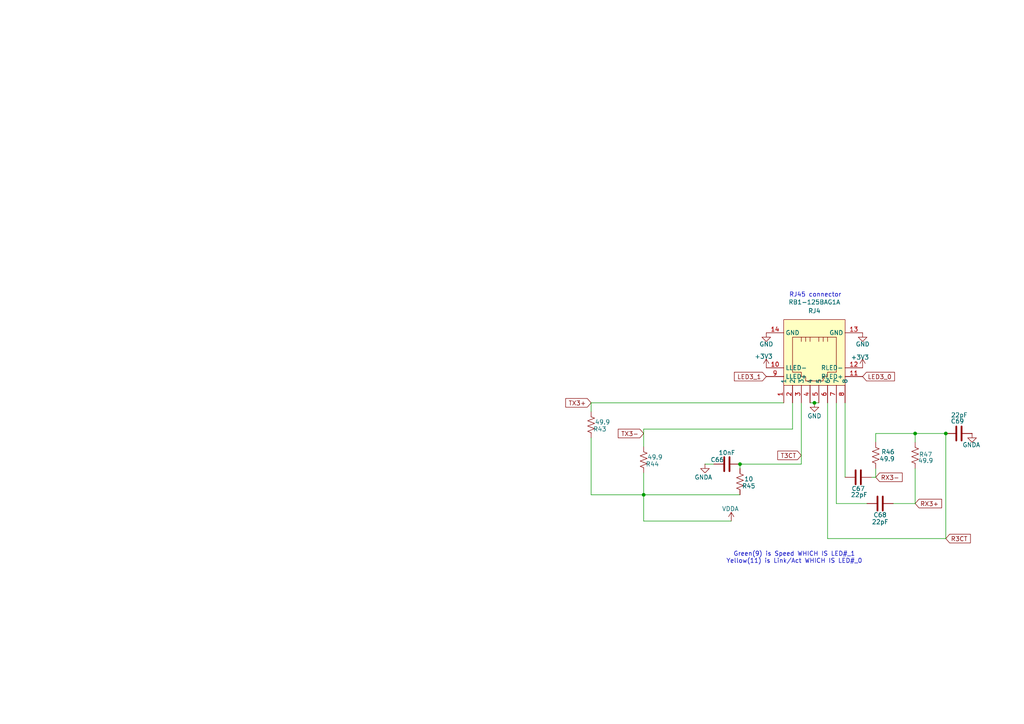
<source format=kicad_sch>
(kicad_sch (version 20250114) (generator "eeschema") (generator_version "9.0")
  (paper "A4")
  (title_block (date "2025-04-01") (rev "1") (company "Bronco Space") (comment 1 "SCALES") (comment 2 "By John Pollak"))
  (lib_symbols
    (symbol "Device:C" (pin_numbers (hide yes)) (pin_names (offset 0.254))
      (property "Reference" "C" (at 0.635 2.54 0))
      (property "Value" "C" (at 0.635 -2.54 0))
      (symbol "C_0_1"
        (polyline (pts (xy -2.032 0.762) (xy 2.032 0.762)) (stroke (width 0.508)))
        (polyline (pts (xy -2.032 -0.762) (xy 2.032 -0.762)) (stroke (width 0.508)))
      )
      (symbol "C_1_1"
        (pin passive line (at 0 3.81 270) (length 2.794) (name "~") (number "1"))
        (pin passive line (at 0 -3.81 90) (length 2.794) (name "~") (number "2"))
      )
    )
    (symbol "Device:R_US" (pin_numbers (hide yes)) (pin_names (offset 0))
      (property "Reference" "R" (at 2.54 0 90))
      (property "Value" "R_US" (at -2.54 0 90))
      (symbol "R_US_0_1"
        (polyline (pts (xy 0 2.286) (xy 0 2.54)))
        (polyline (pts (xy 0 2.286) (xy 1.016 1.905) (xy 0 1.524) (xy -1.016 1.143) (xy 0 0.762)))
        (polyline (pts (xy 0 0.762) (xy 1.016 0.381) (xy 0 0) (xy -1.016 -0.381) (xy 0 -0.762)))
        (polyline (pts (xy 0 -0.762) (xy 1.016 -1.143) (xy 0 -1.524) (xy -1.016 -1.905) (xy 0 -2.286)))
        (polyline (pts (xy 0 -2.286) (xy 0 -2.54)))
      )
      (symbol "R_US_1_1"
        (pin passive line (at 0 3.81 270) (length 1.27) (name "~") (number "1"))
        (pin passive line (at 0 -3.81 90) (length 1.27) (name "~") (number "2"))
      )
    )
    (symbol "easyeda2kicad:RB1-125BAG1A"
      (property "Reference" "RJ" (at 0 12.7 0))
      (property "Value" "RB1-125BAG1A" (at 0 -17.78 0))
      (symbol "RB1-125BAG1A_0_1"
        (rectangle (start -7.62 11.43) (end 10.16 -7.62) (fill (type background)))
        (polyline (pts (xy -2.54 6.35) (xy -2.54 5.08) (xy -2.54 5.08)))
        (polyline (pts (xy -1.27 6.35) (xy -1.27 5.08) (xy -1.27 5.08)))
        (polyline (pts (xy 0 6.35) (xy 0 5.08) (xy 0 5.08)))
        (polyline (pts (xy 2.54 6.35) (xy 2.54 5.08) (xy 2.54 5.08)))
        (polyline (pts (xy 3.81 6.35) (xy 3.81 5.08) (xy 3.81 5.08)))
        (polyline (pts (xy 5.08 6.35) (xy 5.08 5.08) (xy 5.08 5.08)))
        (polyline (pts (xy 7.62 6.35) (xy -5.08 6.35) (xy -5.08 -3.81) (xy -2.54 -3.81) (xy -2.54 -5.08) (xy -1.27 -5.08) (xy -1.27 -5.08) (xy -1.27 -6.35) (xy 3.81 -6.35) (xy 3.81 -5.08) (xy 5.08 -5.08) (xy 5.08 -3.81) (xy 7.62 -3.81) (xy 7.62 6.35) (xy 7.62 5.08)))
        (pin unspecified line (at -12.7 7.62 0) (length 5.08) (name "GND") (number "14"))
        (pin unspecified line (at -12.7 -2.54 0) (length 5.08) (name "LLED-") (number "10"))
        (pin unspecified line (at -12.7 -5.08 0) (length 5.08) (name "LLED+") (number "9"))
        (pin unspecified line (at -7.62 -12.7 90) (length 5.08) (name "1") (number "1"))
        (pin unspecified line (at -5.08 -12.7 90) (length 5.08) (name "2") (number "2"))
        (pin unspecified line (at -2.54 -12.7 90) (length 5.08) (name "3") (number "3"))
        (pin unspecified line (at 0 -12.7 90) (length 5.08) (name "4") (number "4"))
        (pin unspecified line (at 2.54 -12.7 90) (length 5.08) (name "5") (number "5"))
        (pin unspecified line (at 5.08 -12.7 90) (length 5.08) (name "6") (number "6"))
        (pin unspecified line (at 7.62 -12.7 90) (length 5.08) (name "7") (number "7"))
        (pin unspecified line (at 10.16 -12.7 90) (length 5.08) (name "8") (number "8"))
        (pin unspecified line (at 15.24 7.62 180) (length 5.08) (name "GND") (number "13"))
        (pin unspecified line (at 15.24 -2.54 180) (length 5.08) (name "RLED-") (number "12"))
        (pin unspecified line (at 15.24 -5.08 180) (length 5.08) (name "RLED+") (number "11"))
      )
    )
    (symbol "power:+3V3" (power) (pin_numbers (hide yes)) (pin_names (offset 0) (hide yes))
      (property "Value" "+3V3" (at 0 3.556 0))
      (symbol "+3V3_0_1"
        (polyline (pts (xy -0.762 1.27) (xy 0 2.54)))
        (polyline (pts (xy 0 2.54) (xy 0.762 1.27)))
        (polyline (pts (xy 0 0) (xy 0 2.54)))
      )
      (symbol "+3V3_1_1"
        (pin power_in line (at 0 0 90) (length 0) (name "~") (number "1"))
      )
    )
    (symbol "power:GND" (power) (pin_numbers (hide yes)) (pin_names (offset 0) (hide yes))
      (property "Value" "GND" (at 0 -3.81 0))
      (symbol "GND_0_1"
        (polyline (pts (xy 0 0) (xy 0 -1.27) (xy 1.27 -1.27) (xy 0 -2.54) (xy -1.27 -1.27) (xy 0 -1.27)))
      )
      (symbol "GND_1_1"
        (pin power_in line (at 0 0 270) (length 0) (name "~") (number "1"))
      )
    )
    (symbol "power:VPP" (power) (pin_numbers (hide yes)) (pin_names (offset 0) (hide yes))
      (property "Value" "VPP" (at 0 3.556 0))
      (symbol "VPP_0_1"
        (polyline (pts (xy -0.762 1.27) (xy 0 2.54)))
        (polyline (pts (xy 0 2.54) (xy 0.762 1.27)))
        (polyline (pts (xy 0 0) (xy 0 2.54)))
      )
      (symbol "VPP_1_1"
        (pin power_in line (at 0 0 90) (length 0) (name "~") (number "1"))
      )
    )
  )
  (text "RJ45 connector" (at 236.474 85.598 0) (effects (font (size 1.27 1.27))))
  (text "Green(9) is Speed WHICH IS LED#_1\nYellow(11) is Link/Act WHICH IS LED#_0\n" (at 230.378 161.798 0) (effects (font (size 1.27 1.27))))
  (junction (at 265.43 125.73))
  (junction (at 274.32 125.73))
  (junction (at 214.63 134.62))
  (junction (at 186.69 143.51))
  (junction (at 236.22 116.84))
  (wire (pts (xy 171.45 116.84) (xy 171.45 119.38)))
  (wire (pts (xy 259.08 146.05) (xy 265.43 146.05)))
  (wire (pts (xy 237.49 116.84) (xy 236.22 116.84)))
  (wire (pts (xy 186.69 151.13) (xy 186.69 143.51)))
  (wire (pts (xy 265.43 125.73) (xy 265.43 128.27)))
  (wire (pts (xy 274.32 156.21) (xy 274.32 125.73)))
  (wire (pts (xy 186.69 137.16) (xy 186.69 143.51)))
  (wire (pts (xy 265.43 146.05) (xy 265.43 135.89)))
  (wire (pts (xy 171.45 116.84) (xy 227.33 116.84)))
  (wire (pts (xy 232.41 116.84) (xy 232.41 134.62)))
  (wire (pts (xy 240.03 156.21) (xy 274.32 156.21)))
  (wire (pts (xy 254 125.73) (xy 265.43 125.73)))
  (wire (pts (xy 214.63 143.51) (xy 186.69 143.51)))
  (wire (pts (xy 214.63 134.62) (xy 232.41 134.62)))
  (wire (pts (xy 236.22 116.84) (xy 234.95 116.84)))
  (wire (pts (xy 251.46 146.05) (xy 242.57 146.05)))
  (wire (pts (xy 245.11 116.84) (xy 245.11 138.43)))
  (wire (pts (xy 212.09 151.13) (xy 186.69 151.13)))
  (wire (pts (xy 204.47 134.62) (xy 207.01 134.62)))
  (wire (pts (xy 274.32 125.73) (xy 265.43 125.73)))
  (wire (pts (xy 186.69 129.54) (xy 186.69 124.46)))
  (wire (pts (xy 229.87 124.46) (xy 229.87 116.84)))
  (wire (pts (xy 242.57 146.05) (xy 242.57 116.84)))
  (wire (pts (xy 229.87 124.46) (xy 186.69 124.46)))
  (wire (pts (xy 254 138.43) (xy 252.73 138.43)))
  (wire (pts (xy 254 125.73) (xy 254 128.27)))
  (wire (pts (xy 240.03 116.84) (xy 240.03 156.21)))
  (wire (pts (xy 214.63 135.89) (xy 214.63 134.62)))
  (wire (pts (xy 254 138.43) (xy 254 135.89)))
  (wire (pts (xy 171.45 127) (xy 171.45 143.51)))
  (wire (pts (xy 171.45 143.51) (xy 186.69 143.51)))
  (global_label "R3CT" (shape input) (at 274.32 156.21 0) (property "Intersheetrefs" "${INTERSHEET_REFS}" (effects (hide yes))))
  (global_label "TX3+" (shape input) (at 171.45 116.84 180) (property "Intersheetrefs" "${INTERSHEET_REFS}" (effects (hide yes))))
  (global_label "LED3_1" (shape input) (at 222.25 109.22 180) (property "Intersheetrefs" "${INTERSHEET_REFS}" (effects (hide yes))))
  (global_label "TX3-" (shape input) (at 186.69 125.73 180) (property "Intersheetrefs" "${INTERSHEET_REFS}" (effects (hide yes))))
  (global_label "RX3-" (shape input) (at 254 138.43 0) (property "Intersheetrefs" "${INTERSHEET_REFS}" (effects (hide yes))))
  (global_label "T3CT" (shape input) (at 232.41 132.08 180) (property "Intersheetrefs" "${INTERSHEET_REFS}" (effects (hide yes))))
  (global_label "RX3+" (shape input) (at 265.43 146.05 0) (property "Intersheetrefs" "${INTERSHEET_REFS}" (effects (hide yes))))
  (global_label "LED3_0" (shape input) (at 250.19 109.22 0) (property "Intersheetrefs" "${INTERSHEET_REFS}" (effects (hide yes))))
  (symbol (lib_id "power:GND") (at 236.22 116.84 0) (unit 1)
    (property "Reference" "#PWR0125" (effects (hide yes)))
    (property "Value" "GND" (at 236.22 120.65 0))
    (property "Description" "Power symbol creates a global label with name \"GND\" , ground" (effects (hide yes)))
  )
  (symbol (lib_id "Device:R_US") (at 254 132.08 0) (unit 1)
    (property "Reference" "R46" (at 257.556 131.064 0))
    (property "Value" "49.9" (at 257.302 133.096 0))
    (property "Footprint" "Resistor_SMD:R_0603_1608Metric" (effects (hide yes)))
    (property "Description" "Resistor, US symbol" (effects (hide yes)))
  )
  (symbol (lib_id "Device:R_US") (at 171.45 123.19 0) (unit 1)
    (property "Reference" "R43" (at 173.99 124.46 0))
    (property "Value" "49.9" (at 174.752 122.428 0))
    (property "Footprint" "Resistor_SMD:R_0603_1608Metric" (effects (hide yes)))
    (property "Description" "Resistor, US symbol" (effects (hide yes)))
  )
  (symbol (lib_id "easyeda2kicad:RB1-125BAG1A") (at 234.95 104.14 0) (unit 1)
    (property "Reference" "RJ4" (at 236.22 90.17 0))
    (property "Value" "RB1-125BAG1A" (at 236.22 87.63 0))
    (property "Footprint" "easyeda2kicad:RJ45-TH_RB1-125BAG1A" (effects (hide yes)))
    (property "Datasheet" "https://lcsc.com/product-detail/Ethernet-Connectors-Modular-Connectors-RJ45-RJ11_WIZNET-RB1-125BAG1A_C910370.html" (effects (hide yes)))
    (property "LCSC Part" "C910370" (effects (hide yes)))
  )
  (symbol (lib_id "Device:C") (at 255.27 146.05 270) (unit 1)
    (property "Reference" "C68" (at 255.27 149.352 90))
    (property "Value" "22pF" (at 255.27 151.384 90))
    (property "Footprint" "Capacitor_SMD:C_0402_1005Metric" (effects (hide yes)))
    (property "Description" "Unpolarized capacitor" (effects (hide yes)))
  )
  (symbol (lib_id "Device:C") (at 278.13 125.73 270) (unit 1)
    (property "Reference" "C69" (at 279.654 122.174 90) (effects (justify right)))
    (property "Value" "22pF" (at 280.67 120.396 90) (effects (justify right)))
    (property "Footprint" "Capacitor_SMD:C_0402_1005Metric" (effects (hide yes)))
    (property "Description" "Unpolarized capacitor" (effects (hide yes)))
  )
  (symbol (lib_id "Device:R_US") (at 186.69 133.35 0) (unit 1)
    (property "Reference" "R44" (at 189.23 134.62 0))
    (property "Value" "49.9" (at 189.992 132.588 0))
    (property "Footprint" "Resistor_SMD:R_0603_1608Metric" (effects (hide yes)))
    (property "Description" "Resistor, US symbol" (effects (hide yes)))
  )
  (symbol (lib_id "power:GND") (at 222.25 96.52 0) (unit 1)
    (property "Reference" "#PWR0123" (effects (hide yes)))
    (property "Value" "GND" (at 220.218 99.822 0) (effects (justify left)))
    (property "Description" "Power symbol creates a global label with name \"GND\" , ground" (effects (hide yes)))
  )
  (symbol (lib_id "Device:R_US") (at 214.63 139.7 0) (unit 1)
    (property "Reference" "R45" (at 217.17 140.97 0))
    (property "Value" "10" (at 217.17 138.938 0))
    (property "Footprint" "Resistor_SMD:R_0603_1608Metric" (effects (hide yes)))
    (property "Description" "Resistor, US symbol" (effects (hide yes)))
  )
  (symbol (lib_id "power:+3V3") (at 250.19 106.68 0) (unit 1)
    (property "Reference" "#PWR0127" (effects (hide yes)))
    (property "Value" "+3V3" (at 249.428 103.632 0))
    (property "Description" "Power symbol creates a global label with name \"+3V3\"" (effects (hide yes)))
  )
  (symbol (lib_id "power:VPP") (at 212.09 151.13 0) (unit 1)
    (property "Reference" "#PWR0122" (effects (hide yes)))
    (property "Value" "VDDA" (at 211.836 147.574 0))
    (property "Description" "Power symbol creates a global label with name \"VPP\"" (effects (hide yes)))
  )
  (symbol (lib_id "power:+3V3") (at 222.25 106.68 0) (unit 1)
    (property "Reference" "#PWR0124" (effects (hide yes)))
    (property "Value" "+3V3" (at 221.488 103.378 0))
    (property "Description" "Power symbol creates a global label with name \"+3V3\"" (effects (hide yes)))
  )
  (symbol (lib_id "Device:C") (at 248.92 138.43 270) (unit 1)
    (property "Reference" "C67" (at 248.92 141.732 90))
    (property "Value" "22pF" (at 249.174 143.51 90))
    (property "Footprint" "Capacitor_SMD:C_0402_1005Metric" (effects (hide yes)))
    (property "Description" "Unpolarized capacitor" (effects (hide yes)))
  )
  (symbol (lib_id "Device:R_US") (at 265.43 132.08 0) (unit 1)
    (property "Reference" "R47" (at 268.478 131.826 0))
    (property "Value" "49.9" (at 268.478 133.604 0))
    (property "Footprint" "Resistor_SMD:R_0603_1608Metric" (effects (hide yes)))
    (property "Description" "Resistor, US symbol" (effects (hide yes)))
  )
  (symbol (lib_id "power:GND") (at 281.94 125.73 0) (unit 1)
    (property "Reference" "#PWR0128" (effects (hide yes)))
    (property "Value" "GNDA" (at 279.146 129.032 0) (effects (justify left)))
    (property "Description" "Power symbol creates a global label with name \"GND\" , ground" (effects (hide yes)))
  )
  (symbol (lib_id "Device:C") (at 210.82 134.62 90) (unit 1)
    (property "Reference" "C66" (at 208.026 133.35 90))
    (property "Value" "10nF" (at 210.82 131.318 90))
    (property "Footprint" "Capacitor_SMD:C_0402_1005Metric" (effects (hide yes)))
    (property "Description" "Unpolarized capacitor" (effects (hide yes)))
  )
  (symbol (lib_id "power:GND") (at 204.47 134.62 0) (unit 1)
    (property "Reference" "#PWR0121" (effects (hide yes)))
    (property "Value" "GNDA" (at 201.422 138.43 0) (effects (justify left)))
    (property "Description" "Power symbol creates a global label with name \"GND\" , ground" (effects (hide yes)))
  )
  (symbol (lib_id "power:GND") (at 250.19 96.52 0) (unit 1)
    (property "Reference" "#PWR0126" (effects (hide yes)))
    (property "Value" "GND" (at 248.158 99.822 0) (effects (justify left)))
    (property "Description" "Power symbol creates a global label with name \"GND\" , ground" (effects (hide yes)))
  )
)
</source>
